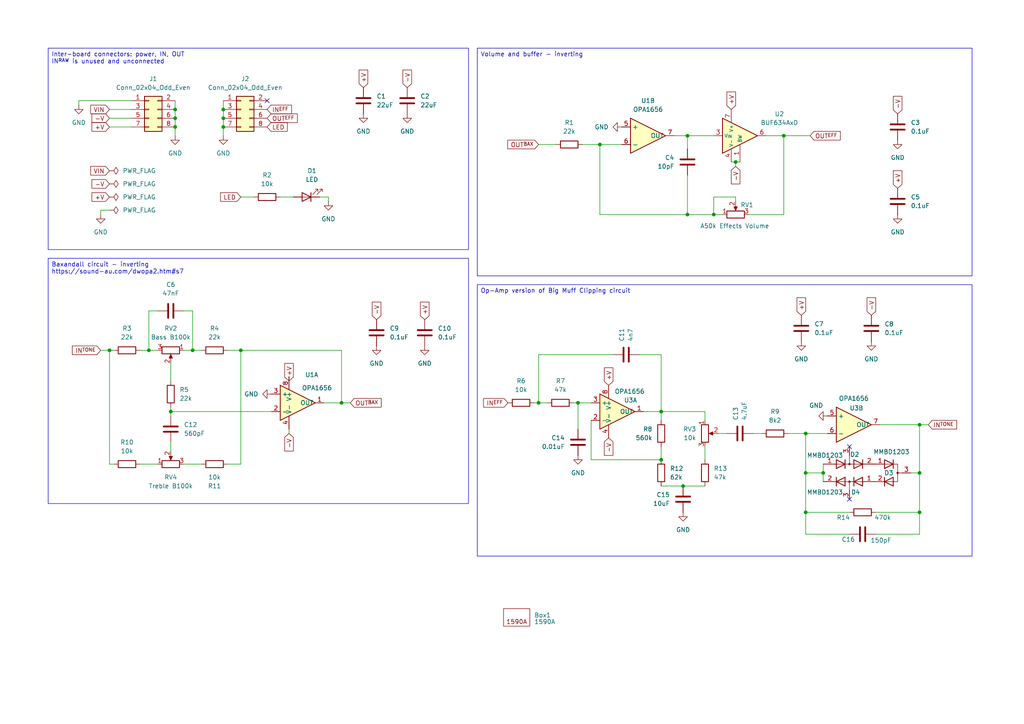
<source format=kicad_sch>
(kicad_sch (version 20231120) (generator "eeschema") (generator_version "8.0")
  (paper "A4")
  (title_block (title "Big Muffish") (date "2025-03-14") (rev "v1.0"))
  (lib_symbols
    (symbol "Amplifier_Buffer:BUF634AxD"
      (property "Reference" "U" (at 6.35 2.54 0))
      (property "Value" "BUF634AxD" (at 7.62 -2.54 0))
      (symbol "BUF634AxD_0_1"
        (polyline (pts (xy 5.08 0) (xy -5.08 5.08) (xy -5.08 -5.08) (xy 5.08 0)) (stroke (width 0.254)) (fill (type background)))
      )
      (symbol "BUF634AxD_1_1"
        (pin input line (at 0 -7.62 90) (length 5.08) (name "BW") (number "1"))
        (pin no_connect line (at -5.08 5.08 0) (length 2.54) hide (name "NC") (number "2"))
        (pin input line (at -7.62 0 0) (length 2.54) (name "V_{IN}") (number "3"))
        (pin power_in line (at -2.54 -7.62 90) (length 3.81) (name "V-") (number "4"))
        (pin no_connect line (at -5.08 2.54 0) (length 2.54) hide (name "NC") (number "5"))
        (pin output line (at 7.62 0 180) (length 2.54) (name "~") (number "6"))
        (pin power_in line (at -2.54 7.62 270) (length 3.81) (name "V+") (number "7"))
        (pin no_connect line (at -5.08 -2.54 0) (length 2.54) hide (name "NC") (number "8"))
      )
    )
    (symbol "Connector_Generic:Conn_02x04_Odd_Even" (pin_names (offset 1.016) hide)
      (property "Reference" "J" (at 1.27 5.08 0))
      (property "Value" "Conn_02x04_Odd_Even" (at 1.27 -7.62 0))
      (symbol "Conn_02x04_Odd_Even_1_1"
        (rectangle (start -1.27 -4.953) (end 0 -5.207) (stroke (width 0.1524)))
        (rectangle (start -1.27 -2.413) (end 0 -2.667) (stroke (width 0.1524)))
        (rectangle (start -1.27 0.127) (end 0 -0.127) (stroke (width 0.1524)))
        (rectangle (start -1.27 2.667) (end 0 2.413) (stroke (width 0.1524)))
        (rectangle (start -1.27 3.81) (end 3.81 -6.35) (stroke (width 0.254)) (fill (type background)))
        (rectangle (start 3.81 -4.953) (end 2.54 -5.207) (stroke (width 0.1524)))
        (rectangle (start 3.81 -2.413) (end 2.54 -2.667) (stroke (width 0.1524)))
        (rectangle (start 3.81 0.127) (end 2.54 -0.127) (stroke (width 0.1524)))
        (rectangle (start 3.81 2.667) (end 2.54 2.413) (stroke (width 0.1524)))
        (pin passive line (at -5.08 2.54 0) (length 3.81) (name "Pin_1") (number "1"))
        (pin passive line (at 7.62 2.54 180) (length 3.81) (name "Pin_2") (number "2"))
        (pin passive line (at -5.08 0 0) (length 3.81) (name "Pin_3") (number "3"))
        (pin passive line (at 7.62 0 180) (length 3.81) (name "Pin_4") (number "4"))
        (pin passive line (at -5.08 -2.54 0) (length 3.81) (name "Pin_5") (number "5"))
        (pin passive line (at 7.62 -2.54 180) (length 3.81) (name "Pin_6") (number "6"))
        (pin passive line (at -5.08 -5.08 0) (length 3.81) (name "Pin_7") (number "7"))
        (pin passive line (at 7.62 -5.08 180) (length 3.81) (name "Pin_8") (number "8"))
      )
    )
    (symbol "Device:C" (pin_numbers hide) (pin_names (offset 0.254))
      (property "Reference" "C" (at 0.635 2.54 0))
      (property "Value" "C" (at 0.635 -2.54 0))
      (symbol "C_0_1"
        (polyline (pts (xy -2.032 -0.762) (xy 2.032 -0.762)) (stroke (width 0.508)))
        (polyline (pts (xy -2.032 0.762) (xy 2.032 0.762)) (stroke (width 0.508)))
      )
      (symbol "C_1_1"
        (pin passive line (at 0 3.81 270) (length 2.794) (name "~") (number "1"))
        (pin passive line (at 0 -3.81 90) (length 2.794) (name "~") (number "2"))
      )
    )
    (symbol "Device:D_Dual_Series_AKC" (pin_names (offset 0.762) hide)
      (property "Reference" "D" (at 1.27 -2.54 0))
      (property "Value" "D_Dual_Series_AKC" (at 0 2.54 0))
      (symbol "D_Dual_Series_AKC_0_1"
        (polyline (pts (xy -3.81 0) (xy 3.81 0)))
        (polyline (pts (xy 0 0) (xy 0 -2.54)))
        (polyline (pts (xy 6.35 0) (xy 7.62 0)))
        (polyline (pts (xy -1.27 -1.27) (xy -1.27 1.27) (xy -1.27 1.27)) (stroke (width 0.254)))
        (polyline (pts (xy 3.81 1.27) (xy 3.81 -1.27) (xy 3.81 -1.27)) (stroke (width 0.254)))
        (polyline (pts (xy -3.81 1.27) (xy -1.27 0) (xy -3.81 -1.27) (xy -3.81 1.27) (xy -3.81 1.27) (xy -3.81 1.27)) (stroke (width 0.254)))
        (polyline (pts (xy 1.27 1.27) (xy 3.81 0) (xy 1.27 -1.27) (xy 1.27 1.27) (xy 1.27 1.27) (xy 1.27 1.27)) (stroke (width 0.254)))
        (circle (center 0 0) (radius 0.254) (fill (type outline)))
        (pin passive line (at -7.62 0 0) (length 3.81) (name "A") (number "1"))
        (pin passive line (at 7.62 0 180) (length 3.81) (name "K") (number "2"))
        (pin passive line (at 0 -5.08 90) (length 2.54) (name "common") (number "3"))
      )
    )
    (symbol "Device:D_Dual_Series_AKC_Parallel" (pin_names (offset 0.762) hide)
      (property "Reference" "D" (at 0 5.08 0))
      (property "Value" "D_Dual_Series_AKC_Parallel" (at 0 -5.08 0))
      (symbol "D_Dual_Series_AKC_Parallel_0_0"
        (polyline (pts (xy 0 -1.27) (xy 0 -3.81)) (stroke (width 0.254)))
        (polyline (pts (xy 2.54 3.81) (xy 2.54 1.27)) (stroke (width 0.254)))
      )
      (symbol "D_Dual_Series_AKC_Parallel_0_1"
        (circle (center -1.27 0) (radius 0.254) (fill (type outline)))
        (polyline (pts (xy -1.27 0) (xy -2.54 0)))
        (polyline (pts (xy 2.54 2.54) (xy -1.27 2.54) (xy -1.27 -2.54) (xy 2.54 -2.54)))
        (polyline (pts (xy 0 3.81) (xy 2.54 2.54) (xy 0 1.27) (xy 0 3.81) (xy 0 3.81) (xy 0 3.81)) (stroke (width 0.254)))
        (polyline (pts (xy 2.54 -1.27) (xy 0 -2.54) (xy 2.54 -3.81) (xy 2.54 -1.27) (xy 2.54 -1.27) (xy 2.54 -1.27)) (stroke (width 0.254)))
        (pin passive line (at 5.08 -2.54 180) (length 2.54) (name "A") (number "1"))
        (pin passive line (at 5.08 2.54 180) (length 2.54) (name "K") (number "2"))
        (pin passive line (at -5.08 0 0) (length 2.54) (name "common") (number "3"))
      )
    )
    (symbol "Device:LED" (pin_numbers hide) (pin_names (offset 1.016) hide)
      (property "Reference" "D" (at 0 2.54 0))
      (property "Value" "LED" (at 0 -2.54 0))
      (symbol "LED_0_1"
        (polyline (pts (xy -1.27 -1.27) (xy -1.27 1.27)) (stroke (width 0.254)))
        (polyline (pts (xy -1.27 0) (xy 1.27 0)))
        (polyline (pts (xy 1.27 -1.27) (xy 1.27 1.27) (xy -1.27 0) (xy 1.27 -1.27)) (stroke (width 0.254)))
        (polyline (pts (xy -3.048 -0.762) (xy -4.572 -2.286) (xy -3.81 -2.286) (xy -4.572 -2.286) (xy -4.572 -1.524)))
        (polyline (pts (xy -1.778 -0.762) (xy -3.302 -2.286) (xy -2.54 -2.286) (xy -3.302 -2.286) (xy -3.302 -1.524)))
      )
      (symbol "LED_1_1"
        (pin passive line (at -3.81 0 0) (length 2.54) (name "K") (number "1"))
        (pin passive line (at 3.81 0 180) (length 2.54) (name "A") (number "2"))
      )
    )
    (symbol "Device:R" (pin_numbers hide) (pin_names (offset 0))
      (property "Reference" "R" (at 2.032 0 90))
      (property "Value" "R" (at 0 0 90))
      (symbol "R_0_1"
        (rectangle (start -1.016 -2.54) (end 1.016 2.54) (stroke (width 0.254)))
      )
      (symbol "R_1_1"
        (pin passive line (at 0 3.81 270) (length 1.27) (name "~") (number "1"))
        (pin passive line (at 0 -3.81 90) (length 1.27) (name "~") (number "2"))
      )
    )
    (symbol "Device:R_Potentiometer" (pin_names (offset 1.016) hide)
      (property "Reference" "RV" (at -4.445 0 90))
      (property "Value" "R_Potentiometer" (at -2.54 0 90))
      (symbol "R_Potentiometer_0_1"
        (polyline (pts (xy 2.54 0) (xy 1.524 0)))
        (polyline (pts (xy 1.143 0) (xy 2.286 0.508) (xy 2.286 -0.508) (xy 1.143 0)) (fill (type outline)))
        (rectangle (start 1.016 2.54) (end -1.016 -2.54) (stroke (width 0.254)))
      )
      (symbol "R_Potentiometer_1_1"
        (pin passive line (at 0 3.81 270) (length 1.27) (name "1") (number "1"))
        (pin passive line (at 3.81 0 180) (length 1.27) (name "2") (number "2"))
        (pin passive line (at 0 -3.81 90) (length 1.27) (name "3") (number "3"))
      )
    )
    (symbol "Mylib:Enclosure_1590A"
      (property "Reference" "Box" (at 0 0 0))
      (symbol "Enclosure_1590A_0_1"
        (rectangle (start -3.81 1.27) (end 3.81 -3.81))
      )
      (symbol "Enclosure_1590A_1_1"
        (text "1590A" (at 0 -2.54 0) (effects (font (size 1.27 1.27))))
      )
    )
    (symbol "Mylib:OPA1656"
      (property "Reference" "U" (at 8.89 5.08 0))
      (property "Value" "OPA1656" (at 2.54 11.43 0))
      (symbol "OPA1656_0_1"
        (polyline (pts (xy -2.54 5.08) (xy 7.62 0) (xy -2.54 -5.08) (xy -2.54 5.08)) (stroke (width 0.254)) (fill (type background)))
      )
      (symbol "OPA1656_1_1"
        (pin output line (at 10.16 0 180) (length 2.54) (name "OUT") (number "1"))
        (pin input line (at -5.08 -2.54 0) (length 2.54) (name "-") (number "2"))
        (pin input line (at -5.08 2.54 0) (length 2.54) (name "+") (number "3"))
        (pin power_in line (at 0 -7.62 90) (length 3.81) (name "V-") (number "4"))
        (pin power_in line (at 0 7.62 270) (length 3.81) (name "V+") (number "8"))
      )
      (symbol "OPA1656_2_1"
        (pin input line (at -5.08 2.54 0) (length 2.54) (name "+") (number "5"))
        (pin input line (at -5.08 -2.54 0) (length 2.54) (name "-") (number "6"))
        (pin output line (at 10.16 0 180) (length 2.54) (name "OUT") (number "7"))
      )
    )
    (symbol "power:GND" (power) (pin_numbers hide) (pin_names (offset 0) hide)
      (property "Value" "GND" (at 0 -3.81 0))
      (symbol "GND_0_1"
        (polyline (pts (xy 0 0) (xy 0 -1.27) (xy 1.27 -1.27) (xy 0 -2.54) (xy -1.27 -1.27) (xy 0 -1.27)))
      )
      (symbol "GND_1_1"
        (pin power_in line (at 0 0 270) (length 0) (name "~") (number "1"))
      )
    )
    (symbol "power:PWR_FLAG" (power) (pin_numbers hide) (pin_names (offset 0) hide)
      (property "Value" "PWR_FLAG" (at 0 3.81 0))
      (symbol "PWR_FLAG_0_0"
        (pin power_out line (at 0 0 90) (length 0) (name "~") (number "1"))
      )
      (symbol "PWR_FLAG_0_1"
        (polyline (pts (xy 0 0) (xy 0 1.27) (xy -1.016 1.905) (xy 0 2.54) (xy 1.016 1.905) (xy 0 1.27)))
      )
    )
  )
  (junction (at 50.8 31.75))
  (junction (at 156.21 116.84))
  (junction (at 266.7 148.59))
  (junction (at 191.77 119.38))
  (junction (at 173.99 41.91))
  (junction (at 64.77 31.75))
  (junction (at 266.7 123.19))
  (junction (at 266.7 137.16))
  (junction (at 99.06 116.84))
  (junction (at 64.77 34.29))
  (junction (at 69.85 101.6))
  (junction (at 238.76 137.16))
  (junction (at 55.88 101.6))
  (junction (at 191.77 133.35))
  (junction (at 198.12 140.97))
  (junction (at 227.33 39.37))
  (junction (at 31.75 101.6))
  (junction (at 199.39 62.23))
  (junction (at 50.8 36.83))
  (junction (at 49.53 119.38))
  (junction (at 199.39 39.37))
  (junction (at 50.8 34.29))
  (junction (at 64.77 36.83))
  (junction (at 213.36 46.99))
  (junction (at 167.64 116.84))
  (junction (at 207.01 62.23))
  (junction (at 43.18 101.6))
  (junction (at 233.68 125.73))
  (junction (at 233.68 137.16))
  (junction (at 233.68 148.59))
  (no_connect (at 77.47 29.21))
  (no_connect (at 246.38 144.78))
  (no_connect (at 246.38 129.54))
  (wire (pts (xy 199.39 62.23) (xy 173.99 62.23)))
  (wire (pts (xy 199.39 39.37) (xy 207.01 39.37)))
  (wire (pts (xy 213.36 46.99) (xy 214.63 46.99)))
  (wire (pts (xy 204.47 119.38) (xy 204.47 121.92)))
  (wire (pts (xy 191.77 121.92) (xy 191.77 119.38)))
  (wire (pts (xy 31.75 34.29) (xy 38.1 34.29)))
  (wire (pts (xy 156.21 102.87) (xy 177.8 102.87)))
  (wire (pts (xy 217.17 62.23) (xy 227.33 62.23)))
  (wire (pts (xy 233.68 148.59) (xy 233.68 154.94)))
  (wire (pts (xy 233.68 125.73) (xy 233.68 137.16)))
  (wire (pts (xy 69.85 101.6) (xy 99.06 101.6)))
  (wire (pts (xy 31.75 101.6) (xy 33.02 101.6)))
  (wire (pts (xy 171.45 133.35) (xy 171.45 121.92)))
  (wire (pts (xy 213.36 57.15) (xy 213.36 58.42)))
  (wire (pts (xy 191.77 119.38) (xy 204.47 119.38)))
  (wire (pts (xy 55.88 90.17) (xy 55.88 101.6)))
  (wire (pts (xy 207.01 62.23) (xy 209.55 62.23)))
  (wire (pts (xy 212.09 46.99) (xy 213.36 46.99)))
  (wire (pts (xy 227.33 39.37) (xy 234.95 39.37)))
  (wire (pts (xy 166.37 116.84) (xy 167.64 116.84)))
  (wire (pts (xy 81.28 57.15) (xy 85.09 57.15)))
  (wire (pts (xy 43.18 90.17) (xy 45.72 90.17)))
  (wire (pts (xy 31.75 134.62) (xy 33.02 134.62)))
  (wire (pts (xy 227.33 62.23) (xy 227.33 39.37)))
  (wire (pts (xy 95.25 57.15) (xy 92.71 57.15)))
  (wire (pts (xy 40.64 101.6) (xy 43.18 101.6)))
  (wire (pts (xy 207.01 62.23) (xy 207.01 57.15)))
  (wire (pts (xy 173.99 41.91) (xy 173.99 62.23)))
  (wire (pts (xy 233.68 137.16) (xy 238.76 137.16)))
  (wire (pts (xy 93.98 116.84) (xy 99.06 116.84)))
  (wire (pts (xy 156.21 116.84) (xy 158.75 116.84)))
  (wire (pts (xy 64.77 31.75) (xy 64.77 34.29)))
  (wire (pts (xy 53.34 101.6) (xy 55.88 101.6)))
  (wire (pts (xy 266.7 154.94) (xy 254 154.94)))
  (wire (pts (xy 156.21 41.91) (xy 161.29 41.91)))
  (wire (pts (xy 233.68 137.16) (xy 233.68 148.59)))
  (wire (pts (xy 168.91 41.91) (xy 173.99 41.91)))
  (wire (pts (xy 53.34 90.17) (xy 55.88 90.17)))
  (wire (pts (xy 64.77 29.21) (xy 64.77 31.75)))
  (wire (pts (xy 218.44 125.73) (xy 220.98 125.73)))
  (wire (pts (xy 208.28 125.73) (xy 210.82 125.73)))
  (wire (pts (xy 69.85 57.15) (xy 73.66 57.15)))
  (wire (pts (xy 195.58 39.37) (xy 199.39 39.37)))
  (wire (pts (xy 191.77 129.54) (xy 191.77 133.35)))
  (wire (pts (xy 31.75 31.75) (xy 38.1 31.75)))
  (wire (pts (xy 191.77 102.87) (xy 191.77 119.38)))
  (wire (pts (xy 55.88 101.6) (xy 58.42 101.6)))
  (wire (pts (xy 186.69 119.38) (xy 191.77 119.38)))
  (wire (pts (xy 53.34 134.62) (xy 58.42 134.62)))
  (wire (pts (xy 238.76 134.62) (xy 238.76 137.16)))
  (wire (pts (xy 204.47 129.54) (xy 204.47 133.35)))
  (wire (pts (xy 238.76 137.16) (xy 238.76 139.7)))
  (wire (pts (xy 50.8 36.83) (xy 50.8 39.37)))
  (wire (pts (xy 49.53 119.38) (xy 78.74 119.38)))
  (wire (pts (xy 185.42 102.87) (xy 191.77 102.87)))
  (wire (pts (xy 156.21 116.84) (xy 156.21 102.87)))
  (wire (pts (xy 31.75 60.96) (xy 29.21 60.96)))
  (wire (pts (xy 167.64 116.84) (xy 171.45 116.84)))
  (wire (pts (xy 266.7 123.19) (xy 269.24 123.19)))
  (wire (pts (xy 255.27 123.19) (xy 266.7 123.19)))
  (wire (pts (xy 266.7 137.16) (xy 264.16 137.16)))
  (wire (pts (xy 199.39 39.37) (xy 199.39 43.18)))
  (wire (pts (xy 49.53 119.38) (xy 49.53 120.65)))
  (wire (pts (xy 69.85 134.62) (xy 69.85 101.6)))
  (wire (pts (xy 50.8 31.75) (xy 50.8 34.29)))
  (wire (pts (xy 83.82 124.46) (xy 83.82 125.73)))
  (wire (pts (xy 49.53 105.41) (xy 49.53 110.49)))
  (wire (pts (xy 64.77 36.83) (xy 64.77 39.37)))
  (wire (pts (xy 191.77 140.97) (xy 198.12 140.97)))
  (wire (pts (xy 233.68 125.73) (xy 240.03 125.73)))
  (wire (pts (xy 191.77 133.35) (xy 171.45 133.35)))
  (wire (pts (xy 29.21 60.96) (xy 29.21 62.23)))
  (wire (pts (xy 266.7 123.19) (xy 266.7 137.16)))
  (wire (pts (xy 40.64 134.62) (xy 45.72 134.62)))
  (wire (pts (xy 66.04 101.6) (xy 69.85 101.6)))
  (wire (pts (xy 266.7 148.59) (xy 266.7 154.94)))
  (wire (pts (xy 29.21 101.6) (xy 31.75 101.6)))
  (wire (pts (xy 31.75 36.83) (xy 38.1 36.83)))
  (wire (pts (xy 66.04 134.62) (xy 69.85 134.62)))
  (wire (pts (xy 22.86 29.21) (xy 38.1 29.21)))
  (wire (pts (xy 207.01 57.15) (xy 213.36 57.15)))
  (wire (pts (xy 50.8 34.29) (xy 50.8 36.83)))
  (wire (pts (xy 95.25 58.42) (xy 95.25 57.15)))
  (wire (pts (xy 99.06 101.6) (xy 99.06 116.84)))
  (wire (pts (xy 49.53 118.11) (xy 49.53 119.38)))
  (wire (pts (xy 49.53 128.27) (xy 49.53 130.81)))
  (wire (pts (xy 31.75 101.6) (xy 31.75 134.62)))
  (wire (pts (xy 167.64 116.84) (xy 167.64 124.46)))
  (wire (pts (xy 173.99 41.91) (xy 180.34 41.91)))
  (wire (pts (xy 266.7 137.16) (xy 266.7 148.59)))
  (wire (pts (xy 50.8 29.21) (xy 50.8 31.75)))
  (wire (pts (xy 246.38 154.94) (xy 233.68 154.94)))
  (wire (pts (xy 222.25 39.37) (xy 227.33 39.37)))
  (wire (pts (xy 43.18 101.6) (xy 45.72 101.6)))
  (wire (pts (xy 64.77 34.29) (xy 64.77 36.83)))
  (wire (pts (xy 199.39 62.23) (xy 207.01 62.23)))
  (wire (pts (xy 228.6 125.73) (xy 233.68 125.73)))
  (wire (pts (xy 254 148.59) (xy 266.7 148.59)))
  (wire (pts (xy 233.68 148.59) (xy 246.38 148.59)))
  (wire (pts (xy 83.82 109.22) (xy 83.82 110.49)))
  (wire (pts (xy 99.06 116.84) (xy 101.6 116.84)))
  (wire (pts (xy 198.12 140.97) (xy 204.47 140.97)))
  (wire (pts (xy 213.36 46.99) (xy 213.36 48.26)))
  (wire (pts (xy 22.86 30.48) (xy 22.86 29.21)))
  (wire (pts (xy 43.18 101.6) (xy 43.18 90.17)))
  (wire (pts (xy 154.94 116.84) (xy 156.21 116.84)))
  (wire (pts (xy 199.39 50.8) (xy 199.39 62.23)))
  (text_box "Baxandall circuit - inverting\nhttps://sound-au.com/dwopa2.htm#s7" (at 13.97 74.93 0) (size 121.92 71.12) (effects (font (size 1.27 1.27)) (justify left top)))
  (text_box "Inter-board connectors: power, IN, OUT\nIN^{RAW} is unused and unconnected" (at 13.97 13.97 0) (size 121.92 58.42) (effects (font (size 1.27 1.27)) (justify left top)))
  (text_box "Op-Amp version of Big Muff Clipping circuit" (at 138.43 82.55 0) (size 143.51 78.74) (effects (font (size 1.27 1.27)) (justify left top)))
  (text_box "Volume and buffer - inverting" (at 138.43 13.97 0) (size 143.51 66.04) (effects (font (size 1.27 1.27)) (justify left top)))
  (global_label "-V" (shape input) (at 31.75 53.34 180) (property "Intersheetrefs" "${INTERSHEET_REFS}" (effects (hide yes))))
  (global_label "-V" (shape input) (at 118.11 25.4 90) (property "Intersheetrefs" "${INTERSHEET_REFS}" (effects (hide yes))))
  (global_label "+V" (shape input) (at 123.19 92.71 90) (property "Intersheetrefs" "${INTERSHEET_REFS}" (effects (hide yes))))
  (global_label "+V" (shape input) (at 31.75 57.15 180) (property "Intersheetrefs" "${INTERSHEET_REFS}" (effects (hide yes))))
  (global_label "-V" (shape input) (at 213.36 48.26 270) (property "Intersheetrefs" "${INTERSHEET_REFS}" (effects (hide yes))))
  (global_label "-V" (shape input) (at 109.22 92.71 90) (property "Intersheetrefs" "${INTERSHEET_REFS}" (effects (hide yes))))
  (global_label "OUT^{BAX}" (shape input) (at 101.6 116.84 0) (property "Intersheetrefs" "${INTERSHEET_REFS}" (effects (hide yes))))
  (global_label "IN^{EFF}" (shape input) (at 147.32 116.84 180) (property "Intersheetrefs" "${INTERSHEET_REFS}" (effects (hide yes))))
  (global_label "+V" (shape input) (at 232.41 91.44 90) (property "Intersheetrefs" "${INTERSHEET_REFS}" (effects (hide yes))))
  (global_label "IN^{TONE}" (shape input) (at 29.21 101.6 180) (property "Intersheetrefs" "${INTERSHEET_REFS}" (effects (hide yes))))
  (global_label "OUT^{BAX}" (shape input) (at 156.21 41.91 180) (property "Intersheetrefs" "${INTERSHEET_REFS}" (effects (hide yes))))
  (global_label "+V" (shape input) (at 83.82 110.49 90) (property "Intersheetrefs" "${INTERSHEET_REFS}" (effects (hide yes))))
  (global_label "+V" (shape input) (at 212.09 31.75 90) (property "Intersheetrefs" "${INTERSHEET_REFS}" (effects (hide yes))))
  (global_label "VIN" (shape input) (at 31.75 49.53 180) (property "Intersheetrefs" "${INTERSHEET_REFS}" (effects (hide yes))))
  (global_label "+V" (shape input) (at 31.75 36.83 180) (property "Intersheetrefs" "${INTERSHEET_REFS}" (effects (hide yes))))
  (global_label "-V" (shape input) (at 31.75 34.29 180) (property "Intersheetrefs" "${INTERSHEET_REFS}" (effects (hide yes))))
  (global_label "OUT^{EFF}" (shape input) (at 234.95 39.37 0) (property "Intersheetrefs" "${INTERSHEET_REFS}" (effects (hide yes))))
  (global_label "+V" (shape input) (at 260.35 54.61 90) (property "Intersheetrefs" "${INTERSHEET_REFS}" (effects (hide yes))))
  (global_label "+V" (shape input) (at 105.41 25.4 90) (property "Intersheetrefs" "${INTERSHEET_REFS}" (effects (hide yes))))
  (global_label "+V" (shape input) (at 176.53 111.76 90) (property "Intersheetrefs" "${INTERSHEET_REFS}" (effects (hide yes))))
  (global_label "-V" (shape input) (at 83.82 125.73 270) (property "Intersheetrefs" "${INTERSHEET_REFS}" (effects (hide yes))))
  (global_label "LED" (shape input) (at 77.47 36.83 0) (property "Intersheetrefs" "${INTERSHEET_REFS}" (effects (hide yes))))
  (global_label "-V" (shape input) (at 252.73 91.44 90) (property "Intersheetrefs" "${INTERSHEET_REFS}" (effects (hide yes))))
  (global_label "-V" (shape input) (at 260.35 33.02 90) (property "Intersheetrefs" "${INTERSHEET_REFS}" (effects (hide yes))))
  (global_label "LED" (shape input) (at 69.85 57.15 180) (property "Intersheetrefs" "${INTERSHEET_REFS}" (effects (hide yes))))
  (global_label "IN^{TONE}" (shape input) (at 269.24 123.19 0) (property "Intersheetrefs" "${INTERSHEET_REFS}" (effects (hide yes))))
  (global_label "-V" (shape input) (at 176.53 127 270) (property "Intersheetrefs" "${INTERSHEET_REFS}" (effects (hide yes))))
  (global_label "OUT^{EFF}" (shape input) (at 77.47 34.29 0) (property "Intersheetrefs" "${INTERSHEET_REFS}" (effects (hide yes))))
  (global_label "IN^{EFF}" (shape input) (at 77.47 31.75 0) (property "Intersheetrefs" "${INTERSHEET_REFS}" (effects (hide yes))))
  (global_label "VIN" (shape input) (at 31.75 31.75 180) (property "Intersheetrefs" "${INTERSHEET_REFS}" (effects (hide yes))))
  (symbol (lib_id "power:GND") (at 198.12 148.59 0) (unit 1)
    (property "Reference" "#PWR18" (effects (hide yes)))
    (property "Value" "GND" (at 198.12 153.67 0))
    (property "Description" "Power symbol creates a global label with name \"GND\" , ground" (effects (hide yes)))
  )
  (symbol (lib_id "Connector_Generic:Conn_02x04_Odd_Even") (at 43.18 31.75 0) (unit 1)
    (property "Reference" "J1" (at 44.45 22.86 0))
    (property "Value" "Conn_02x04_Odd_Even" (at 44.45 25.4 0))
    (property "Footprint" "Connector_PinHeader_2.54mm:PinHeader_2x04_P2.54mm_Vertical" (effects (hide yes)))
    (property "Description" "Generic connector, double row, 02x04, odd/even pin numbering scheme (row 1 odd numbers, row 2 even numbers), script generated (kicad-library-utils/schlib/autogen/connector/)" (effects (hide yes)))
  )
  (symbol (lib_id "Device:C") (at 167.64 128.27 0) (mirror y) (unit 1)
    (property "Reference" "C14" (at 163.83 126.9999 0) (effects (justify left)))
    (property "Value" "0.01uF" (at 163.83 129.5399 0) (effects (justify left)))
    (property "Footprint" "Capacitor_SMD:C_0805_2012Metric_Pad1.18x1.45mm_HandSolder" (effects (hide yes)))
    (property "Description" "Unpolarized capacitor" (effects (hide yes)))
  )
  (symbol (lib_id "Device:R_Potentiometer") (at 213.36 62.23 90) (unit 1)
    (property "Reference" "RV1" (at 216.662 59.436 90))
    (property "Value" "A50k Effects Volume" (at 213.106 65.532 90))
    (property "Footprint" "Potentiometer_THT:Potentiometer_Alpha_RD901F-40-00D_Single_Vertical" (effects (hide yes)))
    (property "Description" "Potentiometer" (effects (hide yes)))
  )
  (symbol (lib_id "Device:C") (at 250.19 154.94 270) (unit 1)
    (property "Reference" "C16" (at 244.094 156.464 90) (effects (justify left)))
    (property "Value" "150pF" (at 252.476 156.718 90) (effects (justify left)))
    (property "Footprint" "Capacitor_SMD:C_0805_2012Metric_Pad1.18x1.45mm_HandSolder" (effects (hide yes)))
    (property "Description" "Unpolarized capacitor" (effects (hide yes)))
  )
  (symbol (lib_id "Mylib:OPA1656") (at 185.42 39.37 0) (unit 2)
    (property "Reference" "U1" (at 187.96 29.21 0))
    (property "Value" "OPA1656" (at 187.96 31.75 0))
    (property "Footprint" "Package_SO:SOIC-8_3.9x4.9mm_P1.27mm" (effects (hide yes)))
    (property "Datasheet" "https://ti.com/lit/ds/symlink/opa1655.pdf" (effects (hide yes)))
    (property "Description" "Dual audio op-amp" (effects (hide yes)))
  )
  (symbol (lib_id "Device:D_Dual_Series_AKC_Parallel") (at 259.08 137.16 180) (unit 1)
    (property "Reference" "D3" (at 257.81 137.16 0))
    (property "Value" "MMBD1203" (at 258.572 131.064 0))
    (property "Footprint" "Package_TO_SOT_SMD:SOT-23-3" (effects (hide yes)))
    (property "Description" "Dual diode, anode/cathode/center" (effects (hide yes)))
  )
  (symbol (lib_id "Device:C") (at 118.11 29.21 0) (unit 1)
    (property "Reference" "C2" (at 121.92 27.9399 0) (effects (justify left)))
    (property "Value" "22uF" (at 121.92 30.4799 0) (effects (justify left)))
    (property "Footprint" "Capacitor_SMD:C_1206_3216Metric_Pad1.33x1.80mm_HandSolder" (effects (hide yes)))
    (property "Description" "Unpolarized capacitor" (effects (hide yes)))
  )
  (symbol (lib_id "Mylib:OPA1656") (at 245.11 123.19 0) (unit 2)
    (property "Reference" "U3" (at 248.412 118.364 0))
    (property "Value" "OPA1656" (at 247.65 115.57 0))
    (property "Footprint" "Package_SO:SOIC-8_3.9x4.9mm_P1.27mm" (effects (hide yes)))
    (property "Datasheet" "https://ti.com/lit/ds/symlink/opa1655.pdf" (effects (hide yes)))
    (property "Description" "Dual audio op-amp" (effects (hide yes)))
  )
  (symbol (lib_id "Device:R") (at 165.1 41.91 270) (mirror x) (unit 1)
    (property "Reference" "R1" (at 165.1 35.56 90))
    (property "Value" "22k" (at 165.1 38.1 90))
    (property "Footprint" "Resistor_SMD:R_0805_2012Metric_Pad1.20x1.40mm_HandSolder" (effects (hide yes)))
    (property "Description" "Resistor" (effects (hide yes)))
  )
  (symbol (lib_id "power:PWR_FLAG") (at 31.75 53.34 270) (unit 1)
    (property "Reference" "#FLG2" (effects (hide yes)))
    (property "Value" "PWR_FLAG" (at 35.56 53.3399 90) (effects (justify left)))
    (property "Description" "Special symbol for telling ERC where power comes from" (effects (hide yes)))
  )
  (symbol (lib_id "Device:C") (at 181.61 102.87 90) (unit 1)
    (property "Reference" "C11" (at 180.3399 99.06 0) (effects (justify left)))
    (property "Value" "4n7" (at 182.8799 99.06 0) (effects (justify left)))
    (property "Footprint" "Capacitor_SMD:C_0805_2012Metric_Pad1.18x1.45mm_HandSolder" (effects (hide yes)))
    (property "Description" "Unpolarized capacitor" (effects (hide yes)))
  )
  (symbol (lib_id "Device:R") (at 62.23 101.6 270) (mirror x) (unit 1)
    (property "Reference" "R4" (at 62.23 95.25 90))
    (property "Value" "22k" (at 62.23 97.79 90))
    (property "Footprint" "Resistor_SMD:R_0805_2012Metric_Pad1.20x1.40mm_HandSolder" (effects (hide yes)))
    (property "Description" "Resistor" (effects (hide yes)))
  )
  (symbol (lib_id "Device:R") (at 36.83 134.62 270) (mirror x) (unit 1)
    (property "Reference" "R10" (at 36.83 128.27 90))
    (property "Value" "10k" (at 36.83 130.81 90))
    (property "Footprint" "Resistor_SMD:R_0805_2012Metric_Pad1.20x1.40mm_HandSolder" (effects (hide yes)))
    (property "Description" "Resistor" (effects (hide yes)))
  )
  (symbol (lib_id "Device:C") (at 49.53 124.46 0) (unit 1)
    (property "Reference" "C12" (at 53.34 123.1899 0) (effects (justify left)))
    (property "Value" "560pF" (at 53.34 125.7299 0) (effects (justify left)))
    (property "Footprint" "Capacitor_SMD:C_0805_2012Metric_Pad1.18x1.45mm_HandSolder" (effects (hide yes)))
    (property "Description" "Unpolarized capacitor" (effects (hide yes)))
  )
  (symbol (lib_id "Device:R") (at 250.19 148.59 270) (unit 1)
    (property "Reference" "R14" (at 244.602 150.114 90))
    (property "Value" "470k" (at 256.032 150.114 90))
    (property "Footprint" "Resistor_SMD:R_0805_2012Metric_Pad1.20x1.40mm_HandSolder" (effects (hide yes)))
    (property "Description" "Resistor" (effects (hide yes)))
  )
  (symbol (lib_id "power:GND") (at 123.19 100.33 0) (unit 1)
    (property "Reference" "#PWR14" (effects (hide yes)))
    (property "Value" "GND" (at 123.19 105.41 0))
    (property "Description" "Power symbol creates a global label with name \"GND\" , ground" (effects (hide yes)))
  )
  (symbol (lib_id "Device:C") (at 252.73 95.25 0) (unit 1)
    (property "Reference" "C8" (at 256.54 93.9799 0) (effects (justify left)))
    (property "Value" "0.1uF" (at 256.54 96.5199 0) (effects (justify left)))
    (property "Footprint" "Mylib:C_0704_1810Metric" (effects (hide yes)))
    (property "Description" "Unpolarized capacitor" (effects (hide yes)))
  )
  (symbol (lib_id "power:GND") (at 252.73 99.06 0) (unit 1)
    (property "Reference" "#PWR12" (effects (hide yes)))
    (property "Value" "GND" (at 252.73 104.14 0))
    (property "Description" "Power symbol creates a global label with name \"GND\" , ground" (effects (hide yes)))
  )
  (symbol (lib_id "Device:C") (at 199.39 46.99 0) (mirror y) (unit 1)
    (property "Reference" "C4" (at 195.58 45.7199 0) (effects (justify left)))
    (property "Value" "10pF" (at 195.58 48.2599 0) (effects (justify left)))
    (property "Footprint" "Capacitor_SMD:C_0805_2012Metric_Pad1.18x1.45mm_HandSolder" (effects (hide yes)))
    (property "Description" "Unpolarized capacitor" (effects (hide yes)))
  )
  (symbol (lib_id "Device:R") (at 162.56 116.84 270) (unit 1)
    (property "Reference" "R7" (at 162.56 110.49 90))
    (property "Value" "47k" (at 162.56 113.03 90))
    (property "Footprint" "Resistor_SMD:R_0805_2012Metric_Pad1.20x1.40mm_HandSolder" (effects (hide yes)))
    (property "Description" "Resistor" (effects (hide yes)))
  )
  (symbol (lib_id "power:GND") (at 22.86 30.48 0) (unit 1)
    (property "Reference" "#PWR1" (effects (hide yes)))
    (property "Value" "GND" (at 22.86 35.56 0))
    (property "Description" "Power symbol creates a global label with name \"GND\" , ground" (effects (hide yes)))
  )
  (symbol (lib_id "Device:R_Potentiometer") (at 49.53 101.6 270) (unit 1)
    (property "Reference" "RV2" (at 49.53 95.25 90))
    (property "Value" "Bass B100k" (at 49.53 97.79 90))
    (property "Footprint" "Potentiometer_THT:Potentiometer_Alpha_RD901F-40-00D_Single_Vertical" (effects (hide yes)))
    (property "Description" "Potentiometer" (effects (hide yes)))
  )
  (symbol (lib_id "Device:R_Potentiometer") (at 204.47 125.73 0) (unit 1)
    (property "Reference" "RV3" (at 201.93 124.4599 0) (effects (justify right)))
    (property "Value" "10k" (at 201.93 126.9999 0) (effects (justify right)))
    (property "Footprint" "Potentiometer_THT:Potentiometer_Alpha_RD901F-40-00D_Single_Vertical" (effects (hide yes)))
    (property "Description" "Potentiometer" (effects (hide yes)))
  )
  (symbol (lib_id "power:PWR_FLAG") (at 31.75 60.96 270) (unit 1)
    (property "Reference" "#FLG4" (effects (hide yes)))
    (property "Value" "PWR_FLAG" (at 35.56 60.9601 90) (effects (justify left)))
    (property "Description" "Special symbol for telling ERC where power comes from" (effects (hide yes)))
  )
  (symbol (lib_id "power:GND") (at 260.35 62.23 0) (unit 1)
    (property "Reference" "#PWR10" (effects (hide yes)))
    (property "Value" "GND" (at 260.35 67.31 0))
    (property "Description" "Power symbol creates a global label with name \"GND\" , ground" (effects (hide yes)))
  )
  (symbol (lib_id "Connector_Generic:Conn_02x04_Odd_Even") (at 69.85 31.75 0) (unit 1)
    (property "Reference" "J2" (at 71.12 22.86 0))
    (property "Value" "Conn_02x04_Odd_Even" (at 71.12 25.4 0))
    (property "Footprint" "Connector_PinHeader_2.54mm:PinHeader_2x04_P2.54mm_Vertical" (effects (hide yes)))
    (property "Description" "Generic connector, double row, 02x04, odd/even pin numbering scheme (row 1 odd numbers, row 2 even numbers), script generated (kicad-library-utils/schlib/autogen/connector/)" (effects (hide yes)))
  )
  (symbol (lib_id "Device:D_Dual_Series_AKC") (at 246.38 139.7 0) (mirror y) (unit 1)
    (property "Reference" "D4" (at 248.158 142.748 0))
    (property "Value" "MMBD1203" (at 239.268 132.08 0))
    (property "Footprint" "Package_TO_SOT_SMD:SOT-23-3" (effects (hide yes)))
    (property "Description" "Dual diode, anode/cathode/center" (effects (hide yes)))
  )
  (symbol (lib_id "power:GND") (at 95.25 58.42 0) (unit 1)
    (property "Reference" "#PWR8" (effects (hide yes)))
    (property "Value" "GND" (at 95.25 63.5 0))
    (property "Description" "Power symbol creates a global label with name \"GND\" , ground" (effects (hide yes)))
  )
  (symbol (lib_id "power:GND") (at 167.64 132.08 0) (unit 1)
    (property "Reference" "#PWR17" (effects (hide yes)))
    (property "Value" "GND" (at 167.64 137.16 0))
    (property "Description" "Power symbol creates a global label with name \"GND\" , ground" (effects (hide yes)))
  )
  (symbol (lib_id "Device:D_Dual_Series_AKC") (at 246.38 134.62 0) (mirror x) (unit 1)
    (property "Reference" "D2" (at 247.904 131.826 0))
    (property "Value" "MMBD1203" (at 239.268 142.748 0))
    (property "Footprint" "Package_TO_SOT_SMD:SOT-23-3" (effects (hide yes)))
    (property "Description" "Dual diode, anode/cathode/center" (effects (hide yes)))
  )
  (symbol (lib_id "power:GND") (at 260.35 40.64 0) (unit 1)
    (property "Reference" "#PWR7" (effects (hide yes)))
    (property "Value" "GND" (at 260.35 45.72 0))
    (property "Description" "Power symbol creates a global label with name \"GND\" , ground" (effects (hide yes)))
  )
  (symbol (lib_id "Device:R") (at 62.23 134.62 270) (unit 1)
    (property "Reference" "R11" (at 62.23 140.97 90))
    (property "Value" "10k" (at 62.23 138.43 90))
    (property "Footprint" "Resistor_SMD:R_0805_2012Metric_Pad1.20x1.40mm_HandSolder" (effects (hide yes)))
    (property "Description" "Resistor" (effects (hide yes)))
  )
  (symbol (lib_id "Device:R") (at 204.47 137.16 0) (unit 1)
    (property "Reference" "R13" (at 207.01 135.8899 0) (effects (justify left)))
    (property "Value" "47k" (at 207.01 138.4299 0) (effects (justify left)))
    (property "Footprint" "Resistor_SMD:R_0805_2012Metric_Pad1.20x1.40mm_HandSolder" (effects (hide yes)))
    (property "Description" "Resistor" (effects (hide yes)))
  )
  (symbol (lib_id "Device:C") (at 105.41 29.21 0) (unit 1)
    (property "Reference" "C1" (at 109.22 27.9399 0) (effects (justify left)))
    (property "Value" "22uF" (at 109.22 30.4799 0) (effects (justify left)))
    (property "Footprint" "Capacitor_SMD:C_1206_3216Metric_Pad1.33x1.80mm_HandSolder" (effects (hide yes)))
    (property "Description" "Unpolarized capacitor" (effects (hide yes)))
  )
  (symbol (lib_id "power:GND") (at 180.34 36.83 270) (unit 1)
    (property "Reference" "#PWR4" (effects (hide yes)))
    (property "Value" "GND" (at 176.53 36.8299 90) (effects (justify right)))
    (property "Description" "Power symbol creates a global label with name \"GND\" , ground" (effects (hide yes)))
  )
  (symbol (lib_id "Device:C") (at 260.35 36.83 0) (unit 1)
    (property "Reference" "C3" (at 264.16 35.5599 0) (effects (justify left)))
    (property "Value" "0.1uF" (at 264.16 38.0999 0) (effects (justify left)))
    (property "Footprint" "Mylib:C_0704_1810Metric" (effects (hide yes)))
    (property "Description" "Unpolarized capacitor" (effects (hide yes)))
  )
  (symbol (lib_id "power:GND") (at 105.41 33.02 0) (unit 1)
    (property "Reference" "#PWR2" (effects (hide yes)))
    (property "Value" "GND" (at 105.41 38.1 0))
    (property "Description" "Power symbol creates a global label with name \"GND\" , ground" (effects (hide yes)))
  )
  (symbol (lib_id "Device:C") (at 49.53 90.17 90) (unit 1)
    (property "Reference" "C6" (at 49.53 82.55 90))
    (property "Value" "47nF" (at 49.53 85.09 90))
    (property "Footprint" "Capacitor_SMD:C_0805_2012Metric_Pad1.18x1.45mm_HandSolder" (effects (hide yes)))
    (property "Description" "Unpolarized capacitor" (effects (hide yes)))
  )
  (symbol (lib_id "power:PWR_FLAG") (at 31.75 57.15 270) (unit 1)
    (property "Reference" "#FLG3" (effects (hide yes)))
    (property "Value" "PWR_FLAG" (at 35.56 57.1499 90) (effects (justify left)))
    (property "Description" "Special symbol for telling ERC where power comes from" (effects (hide yes)))
  )
  (symbol (lib_id "Device:R") (at 49.53 114.3 0) (mirror y) (unit 1)
    (property "Reference" "R5" (at 52.07 113.0299 0) (effects (justify right)))
    (property "Value" "22k" (at 52.07 115.5699 0) (effects (justify right)))
    (property "Footprint" "Resistor_SMD:R_0805_2012Metric_Pad1.20x1.40mm_HandSolder" (effects (hide yes)))
    (property "Description" "Resistor" (effects (hide yes)))
  )
  (symbol (lib_id "Device:C") (at 214.63 125.73 90) (unit 1)
    (property "Reference" "C13" (at 213.3599 121.92 0) (effects (justify left)))
    (property "Value" "4.7uF" (at 215.8999 121.92 0) (effects (justify left)))
    (property "Footprint" "Capacitor_SMD:C_1206_3216Metric_Pad1.33x1.80mm_HandSolder" (effects (hide yes)))
    (property "Description" "Unpolarized capacitor" (effects (hide yes)))
  )
  (symbol (lib_id "Device:C") (at 198.12 144.78 0) (mirror y) (unit 1)
    (property "Reference" "C15" (at 194.31 143.5099 0) (effects (justify left)))
    (property "Value" "10uF" (at 194.31 146.0499 0) (effects (justify left)))
    (property "Footprint" "Capacitor_SMD:C_1206_3216Metric_Pad1.33x1.80mm_HandSolder" (effects (hide yes)))
    (property "Description" "Unpolarized capacitor" (effects (hide yes)))
  )
  (symbol (lib_id "power:GND") (at 64.77 39.37 0) (unit 1)
    (property "Reference" "#PWR6" (effects (hide yes)))
    (property "Value" "GND" (at 64.77 44.45 0))
    (property "Description" "Power symbol creates a global label with name \"GND\" , ground" (effects (hide yes)))
  )
  (symbol (lib_id "Device:R") (at 191.77 125.73 0) (mirror y) (unit 1)
    (property "Reference" "R8" (at 189.23 124.4599 0) (effects (justify left)))
    (property "Value" "560k" (at 189.23 126.9999 0) (effects (justify left)))
    (property "Footprint" "Resistor_SMD:R_0805_2012Metric_Pad1.20x1.40mm_HandSolder" (effects (hide yes)))
    (property "Description" "Resistor" (effects (hide yes)))
  )
  (symbol (lib_id "Device:C") (at 123.19 96.52 0) (unit 1)
    (property "Reference" "C10" (at 127 95.2499 0) (effects (justify left)))
    (property "Value" "0.1uF" (at 127 97.7899 0) (effects (justify left)))
    (property "Footprint" "Mylib:C_0704_1810Metric" (effects (hide yes)))
    (property "Description" "Unpolarized capacitor" (effects (hide yes)))
  )
  (symbol (lib_id "Mylib:Enclosure_1590A") (at 149.86 177.8 0) (unit 1)
    (property "Reference" "Box1" (at 154.94 178.4349 0) (effects (justify left)))
    (property "Value" "1590A" (at 154.94 180.34 0) (effects (justify left)))
    (property "Footprint" "Mylib:1590A" (effects (hide yes)))
  )
  (symbol (lib_id "power:GND") (at 118.11 33.02 0) (unit 1)
    (property "Reference" "#PWR3" (effects (hide yes)))
    (property "Value" "GND" (at 118.11 38.1 0))
    (property "Description" "Power symbol creates a global label with name \"GND\" , ground" (effects (hide yes)))
  )
  (symbol (lib_id "Device:R") (at 36.83 101.6 270) (mirror x) (unit 1)
    (property "Reference" "R3" (at 36.83 95.25 90))
    (property "Value" "22k" (at 36.83 97.79 90))
    (property "Footprint" "Resistor_SMD:R_0805_2012Metric_Pad1.20x1.40mm_HandSolder" (effects (hide yes)))
    (property "Description" "Resistor" (effects (hide yes)))
  )
  (symbol (lib_id "power:GND") (at 109.22 100.33 0) (unit 1)
    (property "Reference" "#PWR13" (effects (hide yes)))
    (property "Value" "GND" (at 109.22 105.41 0))
    (property "Description" "Power symbol creates a global label with name \"GND\" , ground" (effects (hide yes)))
  )
  (symbol (lib_id "power:GND") (at 50.8 39.37 0) (unit 1)
    (property "Reference" "#PWR5" (effects (hide yes)))
    (property "Value" "GND" (at 50.8 44.45 0))
    (property "Description" "Power symbol creates a global label with name \"GND\" , ground" (effects (hide yes)))
  )
  (symbol (lib_id "Device:R") (at 191.77 137.16 0) (unit 1)
    (property "Reference" "R12" (at 194.31 135.8899 0) (effects (justify left)))
    (property "Value" "62k" (at 194.31 138.4299 0) (effects (justify left)))
    (property "Footprint" "Resistor_SMD:R_0805_2012Metric_Pad1.20x1.40mm_HandSolder" (effects (hide yes)))
    (property "Description" "Resistor" (effects (hide yes)))
  )
  (symbol (lib_id "Mylib:OPA1656") (at 176.53 119.38 0) (unit 1)
    (property "Reference" "U3" (at 182.88 116.078 0))
    (property "Value" "OPA1656" (at 182.626 113.538 0))
    (property "Footprint" "Package_SO:SOIC-8_3.9x4.9mm_P1.27mm" (effects (hide yes)))
    (property "Datasheet" "https://ti.com/lit/ds/symlink/opa1655.pdf" (effects (hide yes)))
    (property "Description" "Dual audio op-amp" (effects (hide yes)))
  )
  (symbol (lib_id "power:GND") (at 78.74 114.3 270) (unit 1)
    (property "Reference" "#PWR15" (effects (hide yes)))
    (property "Value" "GND" (at 74.93 114.2999 90) (effects (justify right)))
    (property "Description" "Power symbol creates a global label with name \"GND\" , ground" (effects (hide yes)))
  )
  (symbol (lib_id "power:GND") (at 232.41 99.06 0) (unit 1)
    (property "Reference" "#PWR11" (effects (hide yes)))
    (property "Value" "GND" (at 232.41 104.14 0))
    (property "Description" "Power symbol creates a global label with name \"GND\" , ground" (effects (hide yes)))
  )
  (symbol (lib_id "Device:R") (at 77.47 57.15 90) (unit 1)
    (property "Reference" "R2" (at 77.47 50.8 90))
    (property "Value" "10k" (at 77.47 53.34 90))
    (property "Footprint" "Resistor_SMD:R_0805_2012Metric_Pad1.20x1.40mm_HandSolder" (effects (hide yes)))
    (property "Description" "Resistor" (effects (hide yes)))
  )
  (symbol (lib_id "power:GND") (at 29.21 62.23 0) (unit 1)
    (property "Reference" "#PWR9" (effects (hide yes)))
    (property "Value" "GND" (at 29.21 67.31 0))
    (property "Description" "Power symbol creates a global label with name \"GND\" , ground" (effects (hide yes)))
  )
  (symbol (lib_id "Amplifier_Buffer:BUF634AxD") (at 214.63 39.37 0) (unit 1)
    (property "Reference" "U2" (at 226.06 33.0514 0))
    (property "Value" "BUF634AxD" (at 226.06 35.5914 0))
    (property "Footprint" "Package_SO:SOIC-8_3.9x4.9mm_P1.27mm" (effects (hide yes)))
    (property "Datasheet" "https://www.ti.com/lit/ds/symlink/buf634a.pdf" (effects (hide yes)))
    (property "Description" "36-V, 210-MHz, 250-mA Output, High-Speed Buffer, SOIC-8" (effects (hide yes)))
  )
  (symbol (lib_id "power:PWR_FLAG") (at 31.75 49.53 270) (unit 1)
    (property "Reference" "#FLG1" (effects (hide yes)))
    (property "Value" "PWR_FLAG" (at 35.56 49.5299 90) (effects (justify left)))
    (property "Description" "Special symbol for telling ERC where power comes from" (effects (hide yes)))
  )
  (symbol (lib_id "Device:LED") (at 88.9 57.15 180) (unit 1)
    (property "Reference" "D1" (at 90.4875 49.53 0))
    (property "Value" "LED" (at 90.4875 52.07 0))
    (property "Footprint" "LED_THT:LED_D3.0mm" (effects (hide yes)))
    (property "Description" "Light emitting diode" (effects (hide yes)))
  )
  (symbol (lib_id "Mylib:OPA1656") (at 83.82 116.84 0) (unit 1)
    (property "Reference" "U1" (at 90.424 108.712 0))
    (property "Value" "OPA1656" (at 91.948 112.522 0))
    (property "Footprint" "Package_SO:SOIC-8_3.9x4.9mm_P1.27mm" (effects (hide yes)))
    (property "Datasheet" "https://ti.com/lit/ds/symlink/opa1655.pdf" (effects (hide yes)))
    (property "Description" "Dual audio op-amp" (effects (hide yes)))
  )
  (symbol (lib_id "Device:C") (at 260.35 58.42 0) (unit 1)
    (property "Reference" "C5" (at 264.16 57.1499 0) (effects (justify left)))
    (property "Value" "0.1uF" (at 264.16 59.6899 0) (effects (justify left)))
    (property "Footprint" "Mylib:C_0704_1810Metric" (effects (hide yes)))
    (property "Description" "Unpolarized capacitor" (effects (hide yes)))
  )
  (symbol (lib_id "Device:R_Potentiometer") (at 49.53 134.62 90) (unit 1)
    (property "Reference" "RV4" (at 49.53 138.43 90))
    (property "Value" "Treble B100k" (at 49.53 140.97 90))
    (property "Footprint" "Potentiometer_THT:Potentiometer_Alpha_RD901F-40-00D_Single_Vertical" (effects (hide yes)))
    (property "Description" "Potentiometer" (effects (hide yes)))
  )
  (symbol (lib_id "power:GND") (at 240.03 120.65 270) (unit 1)
    (property "Reference" "#PWR16" (effects (hide yes)))
    (property "Value" "GND" (at 238.76 117.602 90) (effects (justify right)))
    (property "Description" "Power symbol creates a global label with name \"GND\" , ground" (effects (hide yes)))
  )
  (symbol (lib_id "Device:C") (at 232.41 95.25 0) (unit 1)
    (property "Reference" "C7" (at 236.22 93.9799 0) (effects (justify left)))
    (property "Value" "0.1uF" (at 236.22 96.5199 0) (effects (justify left)))
    (property "Footprint" "Mylib:C_0704_1810Metric" (effects (hide yes)))
    (property "Description" "Unpolarized capacitor" (effects (hide yes)))
  )
  (symbol (lib_id "Device:R") (at 224.79 125.73 270) (unit 1)
    (property "Reference" "R9" (at 224.79 119.38 90))
    (property "Value" "8k2" (at 224.79 121.92 90))
    (property "Footprint" "Resistor_SMD:R_0805_2012Metric_Pad1.20x1.40mm_HandSolder" (effects (hide yes)))
    (property "Description" "Resistor" (effects (hide yes)))
  )
  (symbol (lib_id "Device:R") (at 151.13 116.84 270) (unit 1)
    (property "Reference" "R6" (at 151.13 110.49 90))
    (property "Value" "10k" (at 151.13 113.03 90))
    (property "Footprint" "Resistor_SMD:R_0805_2012Metric_Pad1.20x1.40mm_HandSolder" (effects (hide yes)))
    (property "Description" "Resistor" (effects (hide yes)))
  )
  (symbol (lib_id "Device:C") (at 109.22 96.52 0) (unit 1)
    (property "Reference" "C9" (at 113.03 95.2499 0) (effects (justify left)))
    (property "Value" "0.1uF" (at 113.03 97.7899 0) (effects (justify left)))
    (property "Footprint" "Mylib:C_0704_1810Metric" (effects (hide yes)))
    (property "Description" "Unpolarized capacitor" (effects (hide yes)))
  )
)
</source>
